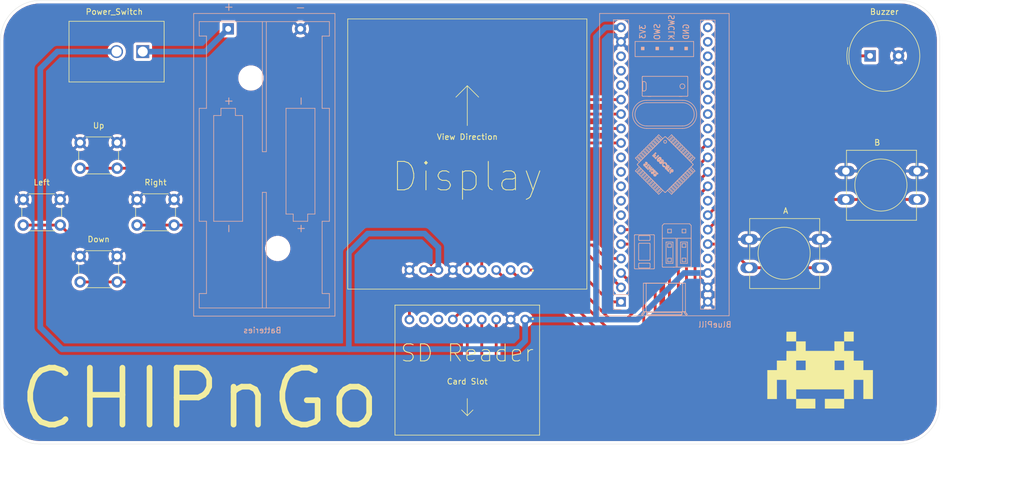
<source format=kicad_pcb>
(kicad_pcb (version 20211014) (generator pcbnew)
  (title_block (title "CHIPnGo") (date "2022-06-19") (rev "v01") (comment 3 "License: MIT") (comment 4 "Author: Kurtis Dinelle"))
  (layers (0 "F.Cu" signal) (31 "B.Cu" signal) (34 "B.Paste" user) (35 "F.Paste" user) (36 "B.SilkS" user "B.Silkscreen") (37 "F.SilkS" user "F.Silkscreen") (38 "B.Mask" user) (39 "F.Mask" user) (44 "Edge.Cuts" user))
  (net 0 "")
  (net 1 "GND")
  (net 2 "Net-(BT1-Pad1)")
  (net 3 "Net-(BZ1-Pad1)")
  (net 4 "Net-(SW1-Pad2)")
  (net 5 "Net-(SW2-Pad2)")
  (net 6 "Net-(SW3-Pad2)")
  (net 7 "Net-(SW4-Pad2)")
  (net 8 "+3V3")
  (net 9 "Net-(U1-Pad8)")
  (net 10 "Net-(U1-Pad7)")
  (net 11 "Net-(U1-Pad6)")
  (net 12 "Net-(U1-Pad5)")
  (net 13 "Net-(U1-Pad4)")
  (net 14 "Net-(U1-Pad3)")
  (net 15 "Net-(U2-Pad21)")
  (net 16 "Net-(U2-Pad22)")
  (net 17 "Net-(U2-Pad18)")
  (net 18 "Net-(U2-Pad23)")
  (net 19 "Net-(U2-Pad24)")
  (net 20 "Net-(U2-Pad25)")
  (net 21 "Net-(U2-Pad26)")
  (net 22 "Net-(U2-Pad27)")
  (net 23 "Net-(U2-Pad28)")
  (net 24 "Net-(U2-Pad11)")
  (net 25 "Net-(U2-Pad10)")
  (net 26 "Net-(U2-Pad9)")
  (net 27 "Net-(U2-Pad8)")
  (net 28 "Net-(U2-Pad33)")
  (net 29 "Net-(U2-Pad7)")
  (net 30 "Net-(U2-Pad37)")
  (net 31 "Net-(SW5-Pad1)")
  (net 32 "Net-(SW6-Pad1)")
  (net 33 "/Card_Det")
  (net 34 "Net-(U2-Pad17)")
  (net 35 "Net-(U2-Pad16)")
  (net 36 "Net-(U2-Pad5)")
  (net 37 "Net-(U2-Pad4)")
  (net 38 "Net-(U2-Pad3)")
  (net 39 "Net-(U2-Pad2)")
  (net 40 "Net-(U2-Pad1)")
  (footprint "Button_Switch_THT:SW_PUSH_6mm_H5mm" (layer "F.Cu") (at 84 94)
    (fp_text reference "Down" (at 3.25 -3) (layer "F.SilkS"))
    (fp_text value "Down_Btn")
    (pad "1" thru_hole circle locked (at 6.5 0 90) (size 2 2) (drill 1.1) (layers *.Cu *.Mask) (net 1 "GND"))
    (pad "1" thru_hole circle locked (at 0 0 90) (size 2 2) (drill 1.1) (layers *.Cu *.Mask) (net 1 "GND"))
    (pad "2" thru_hole circle locked (at 6.5 4.5 90) (size 2 2) (drill 1.1) (layers *.Cu *.Mask) (net 5 "Net-(SW2-Pad2)"))
    (pad "2" thru_hole circle locked (at 0 4.5 90) (size 2 2) (drill 1.1) (layers *.Cu *.Mask) (net 5 "Net-(SW2-Pad2)"))
  )
  (footprint "Button_Switch_THT:SW_PUSH-12mm" (layer "F.Cu") (at 214 96 180)
    (fp_text reference "A" (at 6.08 10) (layer "F.SilkS"))
    (fp_text value "A_Btn")
    (pad "1" thru_hole oval locked (at 12.5 0 180) (size 3.048 1.85) (drill 1.3) (layers *.Cu *.Mask) (net 31 "Net-(SW5-Pad1)"))
    (pad "1" thru_hole oval locked (at 0 0 180) (size 3.048 1.85) (drill 1.3) (layers *.Cu *.Mask) (net 31 "Net-(SW5-Pad1)"))
    (pad "2" thru_hole oval locked (at 0 5 180) (size 3.048 1.85) (drill 1.3) (layers *.Cu *.Mask) (net 1 "GND"))
    (pad "2" thru_hole oval locked (at 12.5 5 180) (size 3.048 1.85) (drill 1.3) (layers *.Cu *.Mask) (net 1 "GND"))
  )
  (footprint "Button_Switch_THT:SW_PUSH_6mm_H5mm" (layer "F.Cu") (at 74 84)
    (fp_text reference "Left" (at 3.25 -3) (layer "F.SilkS"))
    (fp_text value "Left_Btn")
    (pad "1" thru_hole circle locked (at 0 0 90) (size 2 2) (drill 1.1) (layers *.Cu *.Mask) (net 1 "GND"))
    (pad "1" thru_hole circle locked (at 6.5 0 90) (size 2 2) (drill 1.1) (layers *.Cu *.Mask) (net 1 "GND"))
    (pad "2" thru_hole circle locked (at 6.5 4.5 90) (size 2 2) (drill 1.1) (layers *.Cu *.Mask) (net 4 "Net-(SW1-Pad2)"))
    (pad "2" thru_hole circle locked (at 0 4.5 90) (size 2 2) (drill 1.1) (layers *.Cu *.Mask) (net 4 "Net-(SW1-Pad2)"))
  )
  (footprint "Buzzer_Beeper:Buzzer_TDK_PS1240P02BT_D12.2mm_H6.5mm" (layer "F.Cu") (at 222.75 58.75)
    (fp_text reference "Buzzer" (at 2.5 -7.75) (layer "F.SilkS"))
    (fp_text value "Piezo_Buzzer")
    (pad "1" thru_hole rect locked (at 0 0) (size 2 2) (drill 1) (layers *.Cu *.Mask) (net 3 "Net-(BZ1-Pad1)"))
    (pad "2" thru_hole circle locked (at 5 0) (size 2 2) (drill 1) (layers *.Cu *.Mask) (net 1 "GND"))
  )
  (footprint "Button_Switch_THT:SW_PUSH_6mm_H5mm" (layer "F.Cu") (at 84 74)
    (fp_text reference "Up" (at 3.25 -3) (layer "F.SilkS"))
    (fp_text value "Up_Btn")
    (pad "1" thru_hole circle locked (at 6.5 0 90) (size 2 2) (drill 1.1) (layers *.Cu *.Mask) (net 1 "GND"))
    (pad "1" thru_hole circle locked (at 0 0 90) (size 2 2) (drill 1.1) (layers *.Cu *.Mask) (net 1 "GND"))
    (pad "2" thru_hole circle locked (at 0 4.5 90) (size 2 2) (drill 1.1) (layers *.Cu *.Mask) (net 6 "Net-(SW3-Pad2)"))
    (pad "2" thru_hole circle locked (at 6.5 4.5 90) (size 2 2) (drill 1.1) (layers *.Cu *.Mask) (net 6 "Net-(SW3-Pad2)"))
  )
  (footprint "Button_Switch_THT:SW_PUSH-12mm" (layer "F.Cu") (at 231 84 180)
    (fp_text reference "B" (at 7 10) (layer "F.SilkS"))
    (fp_text value "B_Btn")
    (pad "1" thru_hole oval locked (at 0 0 180) (size 3.048 1.85) (drill 1.3) (layers *.Cu *.Mask) (net 32 "Net-(SW6-Pad1)"))
    (pad "1" thru_hole oval locked (at 12.5 0 180) (size 3.048 1.85) (drill 1.3) (layers *.Cu *.Mask) (net 32 "Net-(SW6-Pad1)"))
    (pad "2" thru_hole oval locked (at 0 5 180) (size 3.048 1.85) (drill 1.3) (layers *.Cu *.Mask) (net 1 "GND"))
    (pad "2" thru_hole oval locked (at 12.5 5 180) (size 3.048 1.85) (drill 1.3) (layers *.Cu *.Mask) (net 1 "GND"))
  )
  (footprint "Adafruit_SD_Reader:Adafruit_SD_Reader" (layer "F.Cu") (at 152 116 180)
    (fp_text reference "SD Reader" hide)
    (fp_text value "Adafruit_MicroSD_Breakout")
    (fp_text user "Card Slot" (at 0 0 180) (layer "F.SilkS"))
    (fp_text user "SD Reader" (at 0 5 180) (layer "F.SilkS") (effects (font (size 3 3))))
    (pad "1" thru_hole circle locked (at -10.16 10.89 180) (size 1.7 1.7) (drill 1) (layers *.Cu *.Mask) (net 8 "+3V3"))
    (pad "2" thru_hole circle locked (at -7.62 10.89 180) (size 1.7 1.7) (drill 1) (layers *.Cu *.Mask) (net 1 "GND"))
    (pad "3" thru_hole circle locked (at -5.08 10.89 180) (size 1.7 1.7) (drill 1) (layers *.Cu *.Mask) (net 14 "Net-(U1-Pad3)"))
    (pad "4" thru_hole circle locked (at -2.54 10.89 180) (size 1.7 1.7) (drill 1) (layers *.Cu *.Mask) (net 13 "Net-(U1-Pad4)"))
    (pad "5" thru_hole circle locked (at 0 10.89 180) (size 1.7 1.7) (drill 1) (layers *.Cu *.Mask) (net 12 "Net-(U1-Pad5)"))
    (pad "6" thru_hole circle locked (at 2.54 10.89 180) (size 1.7 1.7) (drill 1) (layers *.Cu *.Mask) (net 11 "Net-(U1-Pad6)"))
    (pad "7" thru_hole circle locked (at 5.08 10.89 180) (size 1.7 1.7) (drill 1) (layers *.Cu *.Mask) (net 10 "Net-(U1-Pad7)"))
    (pad "8" thru_hole circle locked (at 7.62 10.89 180) (size 1.7 1.7) (drill 1) (layers *.Cu *.Mask) (net 9 "Net-(U1-Pad8)"))
    (pad "9" thru_hole circle locked (at 10.16 10.89 180) (size 1.7 1.7) (drill 1) (layers *.Cu *.Mask) (net 33 "/Card_Det"))
  )
  (footprint "Button_Switch_THT:SW_PUSH_6mm_H5mm" (layer "F.Cu") (at 94 84)
    (fp_text reference "Right" (at 3.25 -3) (layer "F.SilkS"))
    (fp_text value "Right_Btn")
    (pad "1" thru_hole circle locked (at 6.5 0 90) (size 2 2) (drill 1.1) (layers *.Cu *.Mask) (net 1 "GND"))
    (pad "1" thru_hole circle locked (at 0 0 90) (size 2 2) (drill 1.1) (layers *.Cu *.Mask) (net 1 "GND"))
    (pad "2" thru_hole circle locked (at 0 4.5 90) (size 2 2) (drill 1.1) (layers *.Cu *.Mask) (net 7 "Net-(SW4-Pad2)"))
    (pad "2" thru_hole circle locked (at 6.5 4.5 90) (size 2 2) (drill 1.1) (layers *.Cu *.Mask) (net 7 "Net-(SW4-Pad2)"))
  )
  (footprint "ERM12864:ERM12864" (layer "F.Cu") (at 152 76)
    (fp_text reference "Display" hide)
    (fp_text value "ERM12864-8_Display")
    (fp_text user "View Direction" (at 0 -3) (layer "F.SilkS"))
    (fp_text user "Display" (at 0 4) (layer "F.SilkS") (effects (font (size 5 5))))
    (pad "1" thru_hole circle locked (at 10.16 20.4) (size 1.7 1.7) (drill 1) (layers *.Cu *.Mask) (net 40 "Net-(U2-Pad1)"))
    (pad "2" thru_hole circle locked (at 7.62 20.4) (size 1.7 1.7) (drill 1) (layers *.Cu *.Mask) (net 38 "Net-(U2-Pad3)"))
    (pad "3" thru_hole circle locked (at 5.08 20.4) (size 1.7 1.7) (drill 1) (layers *.Cu *.Mask) (net 36 "Net-(U2-Pad5)"))
    (pad "4" thru_hole circle locked (at 2.54 20.4) (size 1.7 1.7) (drill 1) (layers *.Cu *.Mask) (net 39 "Net-(U2-Pad2)"))
    (pad "5" thru_hole circle locked (at 0 20.4) (size 1.7 1.7) (drill 1) (layers *.Cu *.Mask) (net 37 "Net-(U2-Pad4)"))
    (pad "6" thru_hole circle locked (at -2.54 20.4) (size 1.7 1.7) (drill 1) (layers *.Cu *.Mask) (net 1 "GND"))
    (pad "7" thru_hole circle locked (at -5.08 20.4) (size 1.7 1.7) (drill 1) (layers *.Cu *.Mask) (net 8 "+3V3"))
    (pad "8" thru_hole circle locked (at -7.62 20.4) (size 1.7 1.7) (drill 1) (layers *.Cu *.Mask) (net 8 "+3V3"))
    (pad "9" thru_hole circle locked (at -10.16 20.4) (size 1.7 1.7) (drill 1) (layers *.Cu *.Mask) (net 1 "GND"))
  )
  (footprint "Logo:Logo" (layer "F.Cu") (at 214 114)
    (fp_text reference "G***" hide)
    (fp_text value "LOGO" hide)
  )
  (footprint "Switch:GF-123-0054" (layer "F.Cu") (at 95 58 -90)
    (fp_text reference "Power_Switch" hide)
    (fp_text value "Power_Switch" (at -7 5 180) (layer "F.SilkS"))
    (pad "1" thru_hole rect locked (at 0 0 270) (size 2.2606 2.2606) (drill 1.7526) (layers *.Cu *.Mask) (net 2 "Net-(BT1-Pad1)"))
    (pad "2" thru_hole circle locked (at 0 4.5974 270) (size 2.2606 2.2606) (drill 1.7526) (layers *.Cu *.Mask) (net 8 "+3V3"))
  )
  (footprint "Battery:BatteryHolder_Keystone_2468_2xAAA" (layer "B.Cu") (at 110 54 -90)
    (fp_text reference "Batteries" (at 53 -6) (layer "B.SilkS") (effects (justify mirror)))
    (fp_text value "Batteries")
    (fp_text user "+" (at 12.7 0 90) (layer "B.SilkS") (effects (font (size 1.5 1.5)) (justify mirror)))
    (fp_text user "-" (at 35.1 0 90) (layer "B.SilkS") (effects (font (size 1.5 1.5)) (justify mirror)))
    (fp_text user "+" (at -3.81 0 90) (layer "B.SilkS") (effects (font (size 1.5 1.5)) (justify mirror)))
    (fp_text user "+" (at 35.1 -12.7 90) (layer "B.SilkS") (effects (font (size 1.5 1.5)) (justify mirror)))
    (fp_text user "-" (at -3.81 -12.7 180) (layer "B.SilkS") (effects (font (size 1.5 1.5)) (justify mirror)))
    (fp_text user "-" (at 12.7 -12.7 90) (layer "B.SilkS") (effects (font (size 1.5 1.5)) (justify mirror)))
    (pad "" np_thru_hole circle locked (at 38.61 -8.7 270) (size 3.45 3.45) (drill 3.45) (layers *.Cu *.Mask))
    (pad "" np_thru_hole circle locked (at 8.64 -4 270) (size 3.45 3.45) (drill 3.45) (layers *.Cu))
    (pad "1" thru_hole rect locked (at 0 0 270) (size 2 2) (drill 1.02) (layers *.Cu *.Mask) (net 2 "Net-(BT1-Pad1)"))
    (pad "2" thru_hole circle locked (at 0 -12.7 270) (size 2 2) (drill 1.02) (layers *.Cu *.Mask) (net 1 "GND"))
  )
  (footprint "bp:YAAJ_BluePill_1" (layer "B.Cu") (at 179 102)
    (fp_text reference "BluePill" (at 16.5 4 180) (layer "B.SilkS") (effects (justify mirror)))
    (fp_text value "STM32_BluePill")
    (fp_text user "SWCLK" (at 8.89 -48.26 90 unlocked) (layer "B.SilkS") (effects (font (size 1 0.9)) (justify mirror)))
    (fp_text user "3V3" (at 3.81 -47.498 90 unlocked) (layer "B.SilkS") (effects (font (size 1 0.9)) (justify mirror)))
    (fp_text user "GND" (at 11.43 -47.498 90 unlocked) (layer "B.SilkS") (effects (font (size 1 0.9)) (justify mirror)))
    (fp_text user "SWO" (at 6.35 -47.498 90 unlocked) (layer "B.SilkS") (effects (font (size 1 0.9)) (justify mirror)))
    (pad "1" thru_hole rect locked (at 0 0) (size 1.7 1.7) (drill 1) (layers *.Cu *.Mask) (net 40 "Net-(U2-Pad1)"))
    (pad "2" thru_hole circle locked (at 0 -2.54) (size 1.7 1.7) (drill 1) (layers *.Cu *.Mask) (net 39 "Net-(U2-Pad2)"))
    (pad "3" thru_hole circle locked (at 0 -5.08) (size 1.7 1.7) (drill 1) (layers *.Cu *.Mask) (net 38 "Net-(U2-Pad3)"))
    (pad "4" thru_hole circle locked (at 0 -7.62) (size 1.7 1.7) (drill 1) (layers *.Cu *.Mask) (net 37 "Net-(U2-Pad4)"))
    (pad "5" thru_hole circle locked (at 0 -10.16) (size 1.7 1.7) (drill 1) (layers *.Cu *.Mask) (net 36 "Net-(U2-Pad5)"))
    (pad "6" thru_hole circle locked (at 0 -12.7) (size 1.7 1.7) (drill 1) (layers *.Cu *.Mask) (net 33 "/Card_Det"))
    (pad "7" thru_hole circle locked (at 0 -15.24) (size 1.7 1.7) (drill 1) (layers *.Cu *.Mask) (net 29 "Net-(U2-Pad7)"))
    (pad "8" thru_hole circle locked (at 0 -17.78) (size 1.7 1.7) (drill 1) (layers *.Cu *.Mask) (net 27 "Net-(U2-Pad8)"))
    (pad "9" thru_hole circle locked (at 0 -20.32) (size 1.7 1.7) (drill 1) (layers *.Cu *.Mask) (net 26 "Net-(U2-Pad9)"))
    (pad "10" thru_hole circle locked (at 0 -22.86) (size 1.7 1.7) (drill 1) (layers *.Cu *.Mask) (net 25 "Net-(U2-Pad10)"))
    (pad "11" thru_hole circle locked (at 0 -25.4) (size 1.7 1.7) (drill 1) (layers *.Cu *.Mask) (net 24 "Net-(U2-Pad11)"))
    (pad "12" thru_hole circle locked (at 0 -27.94) (size 1.7 1.7) (drill 1) (layers *.Cu *.Mask) (net 5 "Net-(SW2-Pad2)"))
    (pad "13" thru_hole circle locked (at 0 -30.48) (size 1.7 1.7) (drill 1) (layers *.Cu *.Mask) (net 4 "Net-(SW1-Pad2)"))
    (pad "14" thru_hole circle locked (at 0 -33.02) (size 1.7 1.7) (drill 1) (layers *.Cu *.Mask) (net 7 "Net-(SW4-Pad2)"))
    (pad "15" thru_hole circle locked (at 0 -35.56) (size 1.7 1.7) (drill 1) (layers *.Cu *.Mask) (net 6 "Net-(SW3-Pad2)"))
    (pad "16" thru_hole circle locked (at 0 -38.1) (size 1.7 1.7) (drill 1) (layers *.Cu *.Mask) (net 35 "Net-(U2-Pad16)"))
    (pad "17" thru_hole circle locked (at 0 -40.64) (size 1.7 1.7) (drill 1) (layers *.Cu *.Mask) (net 34 "Net-(U2-Pad17)"))
    (pad "18" thru_hole circle locked (at 0 -43.18) (size 1.7 1.7) (drill 1) (layers *.Cu *.Mask) (net 17 "Net-(U2-Pad18)"))
    (pad "19" thru_hole circle locked (at 0 -45.72) (size 1.7 1.7) (drill 1) (layers *.Cu *.Mask) (net 1 "GND"))
    (pad "20" thru_hole circle locked (at 0 -48.26) (size 1.7 1.7) (drill 1) (layers *.Cu *.Mask) (net 8 "+3V3"))
    (pad "21" thru_hole circle locked (at 15.24 -48.26) (size 1.7 1.7) (drill 1) (layers *.Cu *.Mask) (net 15 "Net-(U2-Pad21)"))
    (pad "22" thru_hole circle locked (at 15.24 -45.72) (size 1.7 1.7) (drill 1) (layers *.Cu *.Mask) (net 16 "Net-(U2-Pad22)"))
    (pad "23" thru_hole circle locked (at 15.24 -43.18) (size 1.7 1.7) (drill 1) (layers *.Cu *.Mask) (net 18 "Net-(U2-Pad23)"))
    (pad "24" thru_hole circle locked (at 15.24 -40.64) (size 1.7 1.7) (drill 1) (layers *.Cu *.Mask) (net 19 "Net-(U2-Pad24)"))
    (pad "25" thru_hole circle locked (at 15.24 -38.1) (size 1.7 1.7) (drill 1) (layers *.Cu *.Mask) (net 20 "Net-(U2-Pad25)"))
    (pad "26" thru_hole circle locked (at 15.24 -35.56) (size 1.7 1.7) (drill 1) (layers *.Cu *.Mask) (net 21 "Net-(U2-Pad26)"))
    (pad "27" thru_hole circle locked (at 15.24 -33.02) (size 1.7 1.7) (drill 1) (layers *.Cu *.Mask) (net 22 "Net-(U2-Pad27)"))
    (pad "28" thru_hole circle locked (at 15.24 -30.48) (size 1.7 1.7) (drill 1) (layers *.Cu *.Mask) (net 23 "Net-(U2-Pad28)"))
    (pad "29" thru_hole circle locked (at 15.24 -27.94) (size 1.7 1.7) (drill 1) (layers *.Cu *.Mask) (net 11 "Net-(U1-Pad6)"))
    (pad "30" thru_hole circle locked (at 15.24 -25.4) (size 1.7 1.7) (drill 1) (layers *.Cu *.Mask) (net 14 "Net-(U1-Pad3)"))
    (pad "31" thru_hole circle locked (at 15.24 -22.86) (size 1.7 1.7) (drill 1) (layers *.Cu *.Mask) (net 13 "Net-(U1-Pad4)"))
    (pad "32" thru_hole circle locked (at 15.24 -20.32) (size 1.7 1.7) (drill 1) (layers *.Cu *.Mask) (net 12 "Net-(U1-Pad5)"))
    (pad "33" thru_hole circle locked (at 15.24 -17.78) (size 1.7 1.7) (drill 1) (layers *.Cu *.Mask) (net 28 "Net-(U2-Pad33)"))
    (pad "34" thru_hole circle locked (at 15.24 -15.24) (size 1.7 1.7) (drill 1) (layers *.Cu *.Mask) (net 3 "Net-(BZ1-Pad1)"))
    (pad "35" thru_hole circle locked (at 15.24 -12.7) (size 1.7 1.7) (drill 1) (layers *.Cu *.Mask) (net 32 "Net-(SW6-Pad1)"))
    (pad "36" thru_hole circle locked (at 15.24 -10.16) (size 1.7 1.7) (drill 1) (layers *.Cu *.Mask) (net 31 "Net-(SW5-Pad1)"))
    (pad "37" thru_hole circle locked (at 15.24 -7.62) (size 1.7 1.7) (drill 1) (layers *.Cu *.Mask) (net 30 "Net-(U2-Pad37)"))
    (pad "38" thru_hole circle locked (at 15.24 -5.08) (size 1.7 1.7) (drill 1) (layers *.Cu *.Mask) (net 8 "+3V3"))
    (pad "39" thru_hole circle locked (at 15.24 -2.54) (size 1.7 1.7) (drill 1) (layers *.Cu *.Mask) (net 1 "GND"))
    (pad "40" thru_hole circle locked (at 15.24 0) (size 1.7 1.7) (drill 1) (layers *.Cu *.Mask) (net 1 "GND"))
  )
  (gr_arc (start 228 49) (mid 232.949747 51.050253) (end 235 56) (layer "Edge.Cuts") (width 0.05))
  (gr_line (start 77 49) (end 228 49) (layer "Edge.Cuts") (width 0.05))
  (gr_arc (start 70 56) (mid 72.050253 51.050253) (end 77 49) (layer "Edge.Cuts") (width 0.05))
  (gr_line (start 77 127) (end 228 127) (layer "Edge.Cuts") (width 0.05))
  (gr_arc (start 235 120) (mid 232.949747 124.949747) (end 228 127) (layer "Edge.Cuts") (width 0.05))
  (gr_arc (start 77 127) (mid 72.050253 124.949747) (end 70 120) (layer "Edge.Cuts") (width 0.05))
  (gr_line (start 235 56) (end 235 120) (layer "Edge.Cuts") (width 0.05))
  (gr_line (start 70 56) (end 70 120) (layer "Edge.Cuts") (width 0.05))
  (gr_text "CHIPnGo" (at 105 119) (layer "F.SilkS") (effects (font (size 10 10) (thickness 1))))
  (segment (start 106 58) (end 95 58) (width 1) (layer "B.Cu") (net 2))
  (segment (start 106 58) (end 110 54) (width 1) (layer "B.Cu") (net 2))
  (segment (start 201.25 58.75) (end 212.31 58.75) (width 0.5) (layer "F.Cu") (net 3))
  (segment (start 212.31 58.75) (end 222.75 58.75) (width 0.5) (layer "F.Cu") (net 3))
  (segment (start 194.24 86.76) (end 198 83) (width 0.5) (layer "F.Cu") (net 3))
  (segment (start 198 83) (end 198 62) (width 0.5) (layer "F.Cu") (net 3))
  (segment (start 198 62) (end 201.25 58.75) (width 0.5) (layer "F.Cu") (net 3))
  (segment (start 74 88.5) (end 80.5 88.5) (width 0.5) (layer "F.Cu") (net 4))
  (segment (start 97 96) (end 122 96) (width 0.5) (layer "F.Cu") (net 4))
  (segment (start 122 96) (end 146.48 71.52) (width 0.5) (layer "F.Cu") (net 4))
  (segment (start 81.950001 89.950001) (end 90.950001 89.950001) (width 0.5) (layer "F.Cu") (net 4))
  (segment (start 80.5 88.5) (end 81.950001 89.950001) (width 0.5) (layer "F.Cu") (net 4))
  (segment (start 90.950001 89.950001) (end 97 96) (width 0.5) (layer "F.Cu") (net 4))
  (segment (start 146.48 71.52) (end 179 71.52) (width 0.5) (layer "F.Cu") (net 4))
  (segment (start 90.5 98.5) (end 123.5 98.5) (width 0.5) (layer "F.Cu") (net 5))
  (segment (start 147.94 74.06) (end 179 74.06) (width 0.5) (layer "F.Cu") (net 5))
  (segment (start 84 98.5) (end 90.5 98.5) (width 0.5) (layer "F.Cu") (net 5))
  (segment (start 123.5 98.5) (end 147.94 74.06) (width 0.5) (layer "F.Cu") (net 5))
  (segment (start 90.5 78.5) (end 110.5 78.5) (width 0.5) (layer "F.Cu") (net 6))
  (segment (start 110.5 78.5) (end 122.56 66.44) (width 0.5) (layer "F.Cu") (net 6))
  (segment (start 84 78.5) (end 90.5 78.5) (width 0.5) (layer "F.Cu") (net 6))
  (segment (start 122.56 66.44) (end 179 66.44) (width 0.5) (layer "F.Cu") (net 6))
  (segment (start 103.5 88.5) (end 123.02 68.98) (width 0.5) (layer "F.Cu") (net 7))
  (segment (start 94 88.5) (end 100.5 88.5) (width 0.5) (layer "F.Cu") (net 7))
  (segment (start 123.02 68.98) (end 179 68.98) (width 0.5) (layer "F.Cu") (net 7))
  (segment (start 100.5 88.5) (end 103.5 88.5) (width 0.5) (layer "F.Cu") (net 7))
  (segment (start 131.19 93.31) (end 134.5 90) (width 1) (layer "B.Cu") (net 8))
  (segment (start 77 106.5) (end 77 61) (width 1) (layer "B.Cu") (net 8))
  (segment (start 162.16 105.11) (end 174.61 105.11) (width 1) (layer "B.Cu") (net 8))
  (segment (start 174.61 105.11) (end 181.89 105.11) (width 1) (layer "B.Cu") (net 8))
  (segment (start 174.61 55.39) (end 176.26 53.74) (width 1) (layer "B.Cu") (net 8))
  (segment (start 131.19 110.31) (end 80.81 110.31) (width 1) (layer "B.Cu") (net 8))
  (segment (start 181.89 105.11) (end 190.08 96.92) (width 1) (layer "B.Cu") (net 8))
  (segment (start 162.16 108.84) (end 160.69 110.31) (width 1) (layer "B.Cu") (net 8))
  (segment (start 131.19 110.31) (end 131.19 93.31) (width 1) (layer "B.Cu") (net 8))
  (segment (start 131.19 110.31) (end 134.5 110.31) (width 1) (layer "B.Cu") (net 8))
  (segment (start 174.61 105.11) (end 174.61 55.39) (width 1) (layer "B.Cu") (net 8))
  (segment (start 162.16 105.11) (end 162.16 108.84) (width 1) (layer "B.Cu") (net 8))
  (segment (start 176.26 53.74) (end 179 53.74) (width 1) (layer "B.Cu") (net 8))
  (segment (start 146.92 92.42) (end 146.92 96.4) (width 1) (layer "B.Cu") (net 8))
  (segment (start 80.81 110.31) (end 77 106.5) (width 1) (layer "B.Cu") (net 8))
  (segment (start 80 58) (end 90.4026 58) (width 1) (layer "B.Cu") (net 8))
  (segment (start 146.92 96.4) (end 144.38 96.4) (width 1) (layer "B.Cu") (net 8))
  (segment (start 190.08 96.92) (end 194.24 96.92) (width 1) (layer "B.Cu") (net 8))
  (segment (start 144.5 90) (end 146.92 92.42) (width 1) (layer "B.Cu") (net 8))
  (segment (start 77 61) (end 80 58) (width 1) (layer "B.Cu") (net 8))
  (segment (start 134.5 90) (end 144.5 90) (width 1) (layer "B.Cu") (net 8))
  (segment (start 160.69 110.31) (end 134.5 110.31) (width 1) (layer "B.Cu") (net 8))
  (segment (start 177 111) (end 186.5 111) (width 0.5) (layer "F.Cu") (net 11))
  (segment (start 149.46 105.11) (end 151.57 103) (width 0.5) (layer "F.Cu") (net 11))
  (segment (start 186.5 111) (end 187.5 110) (width 0.5) (layer "F.Cu") (net 11))
  (segment (start 187.5 80.8) (end 194.24 74.06) (width 0.5) (layer "F.Cu") (net 11))
  (segment (start 151.57 103) (end 169 103) (width 0.5) (layer "F.Cu") (net 11))
  (segment (start 187.5 110) (end 187.5 80.8) (width 0.5) (layer "F.Cu") (net 11))
  (segment (start 169 103) (end 177 111) (width 0.5) (layer "F.Cu") (net 11))
  (segment (start 152 105.11) (end 152 114) (width 0.5) (layer "F.Cu") (net 12))
  (segment (start 192 83.92) (end 194.24 81.68) (width 0.5) (layer "F.Cu") (net 12))
  (segment (start 189 117) (end 192 114) (width 0.5) (layer "F.Cu") (net 12))
  (segment (start 152 114) (end 155 117) (width 0.5) (layer "F.Cu") (net 12))
  (segment (start 192 114) (end 192 83.92) (width 0.5) (layer "F.Cu") (net 12))
  (segment (start 155 117) (end 189 117) (width 0.5) (layer "F.Cu") (net 12))
  (segment (start 190.5 82.88) (end 194.24 79.14) (width 0.5) (layer "F.Cu") (net 13))
  (segment (start 190.5 113.5) (end 190.5 82.88) (width 0.5) (layer "F.Cu") (net 13))
  (segment (start 156 115) (end 189 115) (width 0.5) (layer "F.Cu") (net 13))
  (segment (start 189 115) (end 190.5 113.5) (width 0.5) (layer "F.Cu") (net 13))
  (segment (start 154.54 113.54) (end 156 115) (width 0.5) (layer "F.Cu") (net 13))
  (segment (start 154.54 105.11) (end 154.54 113.54) (width 0.5) (layer "F.Cu") (net 13))
  (segment (start 189.075016 110.924984) (end 189.075016 81.575016) (width 0.5) (layer "F.Cu") (net 14))
  (segment (start 157.08 111.92) (end 158 112.84) (width 0.5) (layer "F.Cu") (net 14))
  (segment (start 194.050032 76.6) (end 194.24 76.6) (width 0.5) (layer "F.Cu") (net 14))
  (segment (start 187.16 112.84) (end 189.075016 110.924984) (width 0.5) (layer "F.Cu") (net 14))
  (segment (start 158 112.84) (end 187.16 112.84) (width 0.5) (layer "F.Cu") (net 14))
  (segment (start 157.08 105.11) (end 157.08 111.92) (width 0.5) (layer "F.Cu") (net 14))
  (segment (start 189.075016 81.575016) (end 194.050032 76.6) (width 0.5) (layer "F.Cu") (net 14))
  (segment (start 214 96) (end 201.5 96) (width 0.5) (layer "F.Cu") (net 31))
  (segment (start 194.24 91.84) (end 197.34 91.84) (width 0.5) (layer "F.Cu") (net 31))
  (segment (start 197.34 91.84) (end 201.5 96) (width 0.5) (layer "F.Cu") (net 31))
  (segment (start 199.54 84) (end 194.24 89.3) (width 0.5) (layer "F.Cu") (net 32))
  (segment (start 231 84) (end 218.5 84) (width 0.5) (layer "F.Cu") (net 32))
  (segment (start 218.5 84) (end 199.54 84) (width 0.5) (layer "F.Cu") (net 32))
  (segment (start 143 102) (end 170 102) (width 0.5) (layer "F.Cu") (net 33))
  (segment (start 185 91) (end 183.3 89.3) (width 0.5) (layer "F.Cu") (net 33))
  (segment (start 183 109) (end 185 107) (width 0.5) (layer "F.Cu") (net 33))
  (segment (start 170 102) (end 177 109) (width 0.5) (layer "F.Cu") (net 33))
  (segment (start 183.3 89.3) (end 179 89.3) (width 0.5) (layer "F.Cu") (net 33))
  (segment (start 177 109) (end 183 109) (width 0.5) (layer "F.Cu") (net 33))
  (segment (start 185 107) (end 185 91) (width 0.5) (layer "F.Cu") (net 33))
  (segment (start 141.84 103.16) (end 143 102) (width 0.5) (layer "F.Cu") (net 33))
  (segment (start 141.84 105.11) (end 141.84 103.16) (width 0.5) (layer "F.Cu") (net 33))
  (segment (start 181.84 91.84) (end 179 91.84) (width 0.5) (layer "F.Cu") (net 36))
  (segment (start 183 106) (end 183 93) (width 0.5) (layer "F.Cu") (net 36))
  (segment (start 161.68 101) (end 171 101) (width 0.5) (layer "F.Cu") (net 36))
  (segment (start 183 93) (end 181.84 91.84) (width 0.5) (layer "F.Cu") (net 36))
  (segment (start 171 101) (end 177 107) (width 0.5) (layer "F.Cu") (net 36))
  (segment (start 157.08 96.4) (end 161.68 101) (width 0.5) (layer "F.Cu") (net 36))
  (segment (start 177 107) (end 182 107) (width 0.5) (layer "F.Cu") (net 36))
  (segment (start 182 107) (end 183 106) (width 0.5) (layer "F.Cu") (net 36))
  (segment (start 152 94) (end 154 92) (width 0.5) (layer "F.Cu") (net 37))
  (segment (start 174 92) (end 176.38 94.38) (width 0.5) (layer "F.Cu") (net 37))
  (segment (start 176.38 94.38) (end 179 94.38) (width 0.5) (layer "F.Cu") (net 37))
  (segment (start 154 92) (end 174 92) (width 0.5) (layer "F.Cu") (net 37))
  (segment (start 152 96.4) (end 152 94) (width 0.5) (layer "F.Cu") (net 37))
  (segment (start 163.22 100) (end 172 100) (width 0.5) (layer "F.Cu") (net 38))
  (segment (start 177 105) (end 180 105) (width 0.5) (layer "F.Cu") (net 38))
  (segment (start 180 105) (end 181 104) (width 0.5) (layer "F.Cu") (net 38))
  (segment (start 181 98.92) (end 179 96.92) (width 0.5) (layer "F.Cu") (net 38))
  (segment (start 181 104) (end 181 98.92) (width 0.5) (layer "F.Cu") (net 38))
  (segment (start 172 100) (end 177 105) (width 0.5) (layer "F.Cu") (net 38))
  (segment (start 159.62 96.4) (end 163.22 100) (width 0.5) (layer "F.Cu") (net 38))
  (segment (start 154.54 96.4) (end 154.54 94.46) (width 0.5) (layer "F.Cu") (net 39))
  (segment (start 154.54 94.46) (end 155 94) (width 0.5) (layer "F.Cu") (net 39))
  (segment (start 155 94) (end 173.54 94) (width 0.5) (layer "F.Cu") (net 39))
  (segment (start 173.54 94) (end 179 99.46) (width 0.5) (layer "F.Cu") (net 39))
  (segment (start 162.16 96.4) (end 171.4 96.4) (width 0.5) (layer "F.Cu") (net 40))
  (segment (start 171.4 96.4) (end 177 102) (width 0.5) (layer "F.Cu") (net 40))
  (segment (start 177 102) (end 179 102) (width 0.5) (layer "F.Cu") (net 40))
  (zone (net 1) (net_name "GND") (layer "F.Cu") (connect_pads (clearance 0.508)) (min_thickness 0.254) (fill yes (thermal_gap 0.508) (thermal_bridge_width 0.508))
    (polygon (pts (xy 235 127) (xy 70 127) (xy 70 49) (xy 235 49)))
  )
  (zone (net 1) (net_name "GND") (layer "B.Cu") (connect_pads (clearance 0.508)) (min_thickness 0.254) (fill yes (thermal_gap 0.508) (thermal_bridge_width 0.508))
    (polygon (pts (xy 235 127) (xy 70 127) (xy 70 49) (xy 235 49)))
  )
)
</source>
